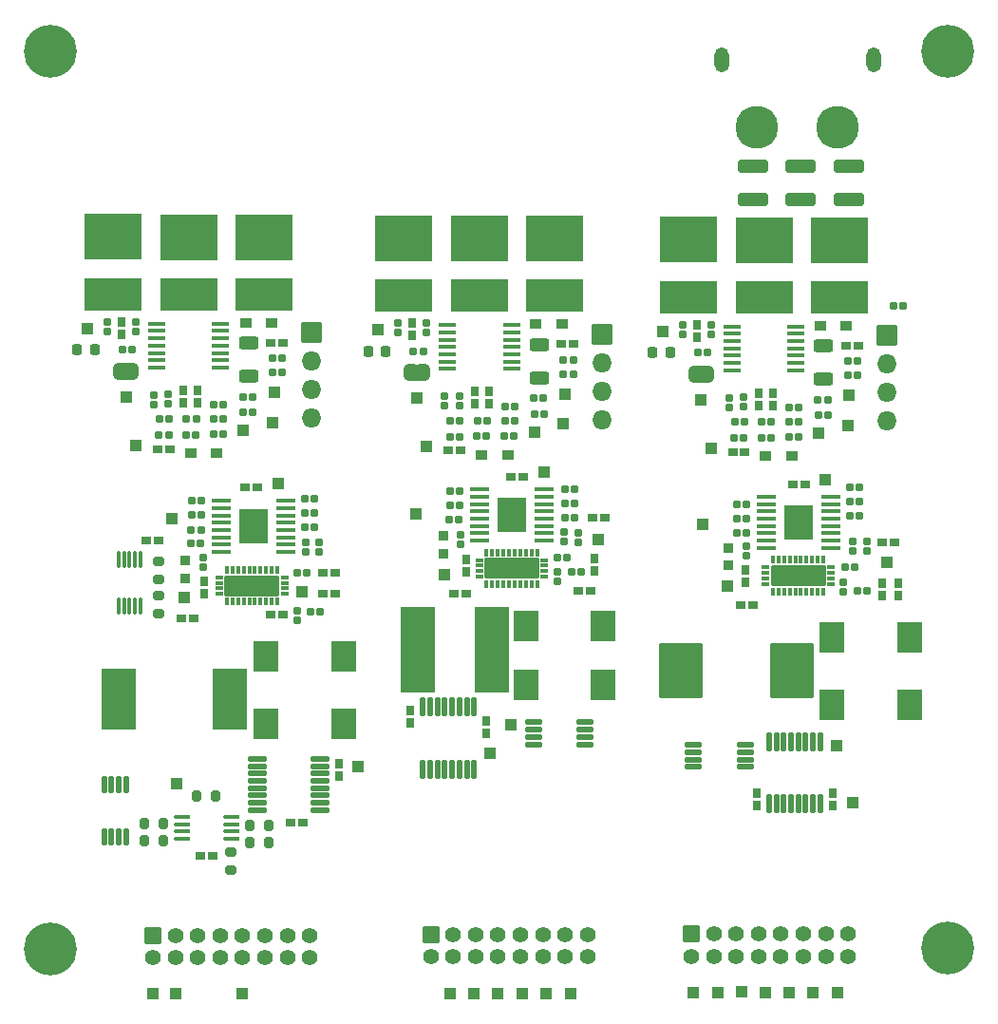
<source format=gbr>
%TF.GenerationSoftware,KiCad,Pcbnew,9.0.0*%
%TF.CreationDate,2025-07-09T13:25:51-07:00*%
%TF.ProjectId,EPS_Scales_RevF_DF11,4550535f-5363-4616-9c65-735f52657646,rev?*%
%TF.SameCoordinates,Original*%
%TF.FileFunction,Soldermask,Top*%
%TF.FilePolarity,Negative*%
%FSLAX46Y46*%
G04 Gerber Fmt 4.6, Leading zero omitted, Abs format (unit mm)*
G04 Created by KiCad (PCBNEW 9.0.0) date 2025-07-09 13:25:51*
%MOMM*%
%LPD*%
G01*
G04 APERTURE LIST*
G04 Aperture macros list*
%AMRoundRect*
0 Rectangle with rounded corners*
0 $1 Rounding radius*
0 $2 $3 $4 $5 $6 $7 $8 $9 X,Y pos of 4 corners*
0 Add a 4 corners polygon primitive as box body*
4,1,4,$2,$3,$4,$5,$6,$7,$8,$9,$2,$3,0*
0 Add four circle primitives for the rounded corners*
1,1,$1+$1,$2,$3*
1,1,$1+$1,$4,$5*
1,1,$1+$1,$6,$7*
1,1,$1+$1,$8,$9*
0 Add four rect primitives between the rounded corners*
20,1,$1+$1,$2,$3,$4,$5,0*
20,1,$1+$1,$4,$5,$6,$7,0*
20,1,$1+$1,$6,$7,$8,$9,0*
20,1,$1+$1,$8,$9,$2,$3,0*%
%AMFreePoly0*
4,1,43,0.507071,0.757071,0.510000,0.750000,0.510000,-0.750000,0.507071,-0.757071,0.500000,-0.760000,0.000000,-0.760000,-0.007071,-0.757071,-0.007630,-0.755722,-0.065263,-0.755722,-0.067851,-0.755381,-0.193930,-0.721599,-0.196342,-0.720600,-0.309381,-0.655337,-0.311452,-0.653748,-0.403748,-0.561452,-0.405337,-0.559381,-0.470600,-0.446342,-0.471599,-0.443930,-0.505381,-0.317851,-0.505722,-0.315263,
-0.505722,-0.257629,-0.507071,-0.257071,-0.510000,-0.250000,-0.510000,0.250000,-0.507071,0.257071,-0.505722,0.257629,-0.505722,0.315263,-0.505381,0.317851,-0.471599,0.443930,-0.470600,0.446342,-0.405337,0.559381,-0.403748,0.561452,-0.311452,0.653748,-0.309381,0.655337,-0.196342,0.720600,-0.193930,0.721599,-0.067851,0.755381,-0.065263,0.755722,-0.007630,0.755722,-0.007071,0.757071,
0.000000,0.760000,0.500000,0.760000,0.507071,0.757071,0.507071,0.757071,$1*%
%AMFreePoly1*
4,1,43,0.007071,0.757071,0.007630,0.755722,0.065263,0.755722,0.067851,0.755381,0.193930,0.721599,0.196342,0.720600,0.309381,0.655337,0.311452,0.653748,0.403748,0.561452,0.405337,0.559381,0.470600,0.446342,0.471599,0.443930,0.505381,0.317851,0.505722,0.315263,0.505722,0.257629,0.507071,0.257071,0.510000,0.250000,0.510000,-0.250000,0.507071,-0.257071,0.505722,-0.257629,
0.505722,-0.315263,0.505381,-0.317851,0.471599,-0.443930,0.470600,-0.446342,0.405337,-0.559381,0.403748,-0.561452,0.311452,-0.653748,0.309381,-0.655337,0.196342,-0.720600,0.193930,-0.721599,0.067851,-0.755381,0.065263,-0.755722,0.007630,-0.755722,0.007071,-0.757071,0.000000,-0.760000,-0.500000,-0.760000,-0.507071,-0.757071,-0.510000,-0.750000,-0.510000,0.750000,-0.507071,0.757071,
-0.500000,0.760000,0.000000,0.760000,0.007071,0.757071,0.007071,0.757071,$1*%
G04 Aperture macros list end*
%ADD10RoundRect,0.010000X0.700000X-0.205000X0.700000X0.205000X-0.700000X0.205000X-0.700000X-0.205000X0*%
%ADD11RoundRect,0.010000X0.205000X0.700000X-0.205000X0.700000X-0.205000X-0.700000X0.205000X-0.700000X0*%
%ADD12RoundRect,0.010000X-0.500000X0.500000X-0.500000X-0.500000X0.500000X-0.500000X0.500000X0.500000X0*%
%ADD13RoundRect,0.010000X-0.285000X-0.270000X0.285000X-0.270000X0.285000X0.270000X-0.285000X0.270000X0*%
%ADD14RoundRect,0.010000X-0.500000X-0.500000X0.500000X-0.500000X0.500000X0.500000X-0.500000X0.500000X0*%
%ADD15RoundRect,0.010000X0.500000X0.500000X-0.500000X0.500000X-0.500000X-0.500000X0.500000X-0.500000X0*%
%ADD16RoundRect,0.010000X-0.270000X0.395000X-0.270000X-0.395000X0.270000X-0.395000X0.270000X0.395000X0*%
%ADD17RoundRect,0.010000X0.270000X-0.285000X0.270000X0.285000X-0.270000X0.285000X-0.270000X-0.285000X0*%
%ADD18RoundRect,0.010000X-0.395000X-0.270000X0.395000X-0.270000X0.395000X0.270000X-0.395000X0.270000X0*%
%ADD19C,4.720000*%
%ADD20RoundRect,0.010000X-0.270000X0.285000X-0.270000X-0.285000X0.270000X-0.285000X0.270000X0.285000X0*%
%ADD21RoundRect,0.223750X-0.223750X-0.261250X0.223750X-0.261250X0.223750X0.261250X-0.223750X0.261250X0*%
%ADD22RoundRect,0.010000X0.395000X0.270000X-0.395000X0.270000X-0.395000X-0.270000X0.395000X-0.270000X0*%
%ADD23RoundRect,0.010000X0.700000X0.700000X-0.700000X0.700000X-0.700000X-0.700000X0.700000X-0.700000X0*%
%ADD24C,1.420000*%
%ADD25RoundRect,0.105000X0.642500X0.105000X-0.642500X0.105000X-0.642500X-0.105000X0.642500X-0.105000X0*%
%ADD26RoundRect,0.010000X0.285000X0.270000X-0.285000X0.270000X-0.285000X-0.270000X0.285000X-0.270000X0*%
%ADD27RoundRect,0.010000X-0.500000X-0.375000X0.500000X-0.375000X0.500000X0.375000X-0.500000X0.375000X0*%
%ADD28RoundRect,0.010000X-2.500000X1.400000X-2.500000X-1.400000X2.500000X-1.400000X2.500000X1.400000X0*%
%ADD29RoundRect,0.010000X-2.500000X2.000000X-2.500000X-2.000000X2.500000X-2.000000X2.500000X2.000000X0*%
%ADD30RoundRect,0.254444X-0.630556X0.318056X-0.630556X-0.318056X0.630556X-0.318056X0.630556X0.318056X0*%
%ADD31RoundRect,0.010000X1.510000X3.750000X-1.510000X3.750000X-1.510000X-3.750000X1.510000X-3.750000X0*%
%ADD32RoundRect,0.010000X-0.400000X-0.400000X0.400000X-0.400000X0.400000X0.400000X-0.400000X0.400000X0*%
%ADD33RoundRect,0.205000X-0.205000X-0.280000X0.205000X-0.280000X0.205000X0.280000X-0.205000X0.280000X0*%
%ADD34RoundRect,0.254347X-1.105653X0.330653X-1.105653X-0.330653X1.105653X-0.330653X1.105653X0.330653X0*%
%ADD35O,1.770000X0.360000*%
%ADD36RoundRect,0.010000X-1.250000X-1.450000X1.250000X-1.450000X1.250000X1.450000X-1.250000X1.450000X0*%
%ADD37FreePoly0,180.000000*%
%ADD38FreePoly1,180.000000*%
%ADD39RoundRect,0.010000X0.270000X-0.395000X0.270000X0.395000X-0.270000X0.395000X-0.270000X-0.395000X0*%
%ADD40RoundRect,0.010000X-0.850000X-0.850000X0.850000X-0.850000X0.850000X0.850000X-0.850000X0.850000X0*%
%ADD41O,1.720000X1.720000*%
%ADD42RoundRect,0.205000X0.280000X-0.205000X0.280000X0.205000X-0.280000X0.205000X-0.280000X-0.205000X0*%
%ADD43RoundRect,0.010000X0.140000X0.290000X-0.140000X0.290000X-0.140000X-0.290000X0.140000X-0.290000X0*%
%ADD44RoundRect,0.010000X2.375000X0.850000X-2.375000X0.850000X-2.375000X-0.850000X2.375000X-0.850000X0*%
%ADD45RoundRect,0.010000X0.290000X0.140000X-0.290000X0.140000X-0.290000X-0.140000X0.290000X-0.140000X0*%
%ADD46RoundRect,0.205000X0.205000X0.280000X-0.205000X0.280000X-0.205000X-0.280000X0.205000X-0.280000X0*%
%ADD47RoundRect,0.010000X-1.900000X-2.400000X1.900000X-2.400000X1.900000X2.400000X-1.900000X2.400000X0*%
%ADD48RoundRect,0.010000X0.180000X0.780000X-0.180000X0.780000X-0.180000X-0.780000X0.180000X-0.780000X0*%
%ADD49RoundRect,0.010000X1.095000X1.295000X-1.095000X1.295000X-1.095000X-1.295000X1.095000X-1.295000X0*%
%ADD50RoundRect,0.205000X-0.280000X0.205000X-0.280000X-0.205000X0.280000X-0.205000X0.280000X0.205000X0*%
%ADD51O,1.320000X2.220000*%
%ADD52C,3.820000*%
%ADD53RoundRect,0.010000X-1.450000X-2.700000X1.450000X-2.700000X1.450000X2.700000X-1.450000X2.700000X0*%
%ADD54RoundRect,0.010000X-0.780000X0.180000X-0.780000X-0.180000X0.780000X-0.180000X0.780000X0.180000X0*%
%ADD55RoundRect,0.010000X0.400000X0.400000X-0.400000X0.400000X-0.400000X-0.400000X0.400000X-0.400000X0*%
%ADD56O,1.470000X0.400000*%
%ADD57O,0.300000X1.640000*%
G04 APERTURE END LIST*
%TO.C,JP2*%
G36*
X192851000Y-66419500D02*
G01*
X192551000Y-66419500D01*
X192551000Y-64919500D01*
X192851000Y-64919500D01*
X192851000Y-66419500D01*
G37*
%TO.C,JP3*%
G36*
X218209000Y-66536000D02*
G01*
X217909000Y-66536000D01*
X217909000Y-65036000D01*
X218209000Y-65036000D01*
X218209000Y-66536000D01*
G37*
%TO.C,JP4*%
G36*
X166918000Y-66283250D02*
G01*
X166618000Y-66283250D01*
X166618000Y-64783250D01*
X166918000Y-64783250D01*
X166918000Y-66283250D01*
G37*
%TD*%
D10*
%TO.C,U21*%
X221975000Y-100805000D03*
X221975000Y-100155000D03*
X221975000Y-99495000D03*
X221975000Y-98845000D03*
X217375000Y-98845000D03*
X217375000Y-99495000D03*
X217375000Y-100155000D03*
X217375000Y-100805000D03*
%TD*%
%TO.C,U20*%
X207725000Y-98780000D03*
X207725000Y-98130000D03*
X207725000Y-97470000D03*
X207725000Y-96820000D03*
X203125000Y-96820000D03*
X203125000Y-97470000D03*
X203125000Y-98130000D03*
X203125000Y-98780000D03*
%TD*%
D11*
%TO.C,U19*%
X166772500Y-102400000D03*
X166122500Y-102400000D03*
X165462500Y-102400000D03*
X164812500Y-102400000D03*
X164812500Y-107000000D03*
X165462500Y-107000000D03*
X166122500Y-107000000D03*
X166772500Y-107000000D03*
%TD*%
D12*
%TO.C,TP5*%
X205782000Y-70241500D03*
%TD*%
D13*
%TO.C,R171*%
X172129500Y-71186750D03*
X172989500Y-71186750D03*
%TD*%
D14*
%TO.C,TP10*%
X171958000Y-85699600D03*
%TD*%
%TO.C,TP17*%
X197781000Y-121031000D03*
%TD*%
D15*
%TO.C,TP63*%
X166768000Y-67819250D03*
%TD*%
D13*
%TO.C,R158*%
X169706500Y-71218750D03*
X170566500Y-71218750D03*
%TD*%
%TO.C,R155*%
X223420500Y-71439500D03*
X224280500Y-71439500D03*
%TD*%
D16*
%TO.C,C36*%
X197104000Y-82339000D03*
X197104000Y-83439000D03*
%TD*%
D17*
%TO.C,R64*%
X183983200Y-81648800D03*
X183983200Y-80788800D03*
%TD*%
D18*
%TO.C,C25*%
X184296800Y-83528400D03*
X185396800Y-83528400D03*
%TD*%
D19*
%TO.C,J3*%
X160012800Y-37000000D03*
%TD*%
D15*
%TO.C,TP61*%
X177245500Y-70803750D03*
%TD*%
D20*
%TO.C,R127*%
X196480000Y-67721000D03*
X196480000Y-68581000D03*
%TD*%
D21*
%TO.C,D14*%
X213700500Y-63875750D03*
X215275500Y-63875750D03*
%TD*%
D22*
%TO.C,C29*%
X169699600Y-80582000D03*
X168599600Y-80582000D03*
%TD*%
D23*
%TO.C,CN1*%
X193941000Y-115729000D03*
D24*
X193941000Y-117729000D03*
X195941000Y-115729000D03*
X195941000Y-117729000D03*
X197941000Y-115729000D03*
X197941000Y-117729000D03*
X199941000Y-115729000D03*
X199941000Y-117729000D03*
X201941000Y-115729000D03*
X201941000Y-117729000D03*
X203941000Y-115729000D03*
X203941000Y-117729000D03*
X205941000Y-115729000D03*
X205941000Y-117729000D03*
X207941000Y-115729000D03*
X207941000Y-117729000D03*
%TD*%
D22*
%TO.C,C27*%
X172807200Y-87541600D03*
X171707200Y-87541600D03*
%TD*%
D25*
%TO.C,U11*%
X175218500Y-65197250D03*
X175218500Y-64547250D03*
X175218500Y-63897250D03*
X175218500Y-63247250D03*
X175218500Y-62597250D03*
X175218500Y-61947250D03*
X175218500Y-61297250D03*
X169493500Y-61297250D03*
X169493500Y-61947250D03*
X169493500Y-62597250D03*
X169493500Y-63247250D03*
X169493500Y-63897250D03*
X169493500Y-64547250D03*
X169493500Y-65197250D03*
%TD*%
D26*
%TO.C,R166*%
X180709000Y-64379250D03*
X179849000Y-64379250D03*
%TD*%
D13*
%TO.C,R165*%
X179849000Y-65649250D03*
X180709000Y-65649250D03*
%TD*%
D14*
%TO.C,TP31*%
X180325600Y-75502000D03*
%TD*%
D21*
%TO.C,D13*%
X188342500Y-63759250D03*
X189917500Y-63759250D03*
%TD*%
D17*
%TO.C,R93*%
X231523600Y-81571200D03*
X231523600Y-80711200D03*
%TD*%
D13*
%TO.C,R60*%
X182716800Y-78194400D03*
X183576800Y-78194400D03*
%TD*%
D12*
%TO.C,TP30*%
X231140000Y-70358000D03*
%TD*%
D13*
%TO.C,R28*%
X221214800Y-77382000D03*
X222074800Y-77382000D03*
%TD*%
D27*
%TO.C,D7*%
X228644000Y-61457000D03*
X230984000Y-61457000D03*
%TD*%
%TO.C,D10*%
X177442800Y-61264800D03*
X179782800Y-61264800D03*
%TD*%
D14*
%TO.C,TP40*%
X195199000Y-83693000D03*
%TD*%
D28*
%TO.C,C43*%
X198331000Y-58811500D03*
D29*
X198331000Y-53711500D03*
%TD*%
D26*
%TO.C,R134*%
X201400500Y-68654000D03*
X200540500Y-68654000D03*
%TD*%
D30*
%TO.C,R86*%
X228981000Y-63296500D03*
X228981000Y-66221500D03*
%TD*%
D26*
%TO.C,R151*%
X226758500Y-68770500D03*
X225898500Y-68770500D03*
%TD*%
%TO.C,R143*%
X221903500Y-70040500D03*
X221043500Y-70040500D03*
%TD*%
%TO.C,R73*%
X196469000Y-78740000D03*
X195609000Y-78740000D03*
%TD*%
D31*
%TO.C,L3*%
X192758000Y-90322400D03*
X199418000Y-90322400D03*
%TD*%
D27*
%TO.C,D6*%
X203286000Y-61340500D03*
X205626000Y-61340500D03*
%TD*%
D20*
%TO.C,R160*%
X170547000Y-67584750D03*
X170547000Y-68444750D03*
%TD*%
D28*
%TO.C,C51*%
X230378000Y-58928000D03*
D29*
X230378000Y-53828000D03*
%TD*%
D32*
%TO.C,D17*%
X172045200Y-82385600D03*
X172045200Y-83985600D03*
%TD*%
D17*
%TO.C,R129*%
X191050000Y-62113500D03*
X191050000Y-61253500D03*
%TD*%
D26*
%TO.C,R78*%
X206756000Y-76073000D03*
X205896000Y-76073000D03*
%TD*%
D16*
%TO.C,C81*%
X173181500Y-67205750D03*
X173181500Y-68305750D03*
%TD*%
D14*
%TO.C,TP21*%
X206417000Y-121031000D03*
%TD*%
D21*
%TO.C,D16*%
X162409500Y-63623000D03*
X163984500Y-63623000D03*
%TD*%
D13*
%TO.C,R149*%
X231140000Y-65902000D03*
X232000000Y-65902000D03*
%TD*%
D33*
%TO.C,R47*%
X168408600Y-107413200D03*
X170058600Y-107413200D03*
%TD*%
D28*
%TO.C,C63*%
X165625000Y-58660250D03*
D29*
X165625000Y-53560250D03*
%TD*%
D13*
%TO.C,R124*%
X203164000Y-69331500D03*
X204024000Y-69331500D03*
%TD*%
%TO.C,R125*%
X195639500Y-71355000D03*
X196499500Y-71355000D03*
%TD*%
%TO.C,R88*%
X231324000Y-75908800D03*
X232184000Y-75908800D03*
%TD*%
D18*
%TO.C,C38*%
X208365000Y-78613000D03*
X209465000Y-78613000D03*
%TD*%
D15*
%TO.C,TP9*%
X193590000Y-72273500D03*
%TD*%
D34*
%TO.C,C2*%
X226949000Y-47293000D03*
X226949000Y-50243000D03*
%TD*%
D17*
%TO.C,R56*%
X230710800Y-85178000D03*
X230710800Y-84318000D03*
%TD*%
%TO.C,R62*%
X182764000Y-81645200D03*
X182764000Y-80785200D03*
%TD*%
D35*
%TO.C,U17*%
X175271200Y-77082800D03*
X175271200Y-77732800D03*
X175271200Y-78382800D03*
X175271200Y-79042800D03*
X175271200Y-79692800D03*
X175271200Y-80342800D03*
X175271200Y-80992800D03*
X175271200Y-81642800D03*
X181011200Y-80342800D03*
X181011200Y-80992800D03*
X181011200Y-81642800D03*
X181011200Y-79692800D03*
X181011200Y-79042800D03*
X181011200Y-78382800D03*
X181011200Y-77732800D03*
X181011200Y-77082800D03*
D36*
X178141200Y-79362800D03*
%TD*%
D15*
%TO.C,TP2*%
X223771800Y-120878200D03*
%TD*%
D28*
%TO.C,C50*%
X216916000Y-58913000D03*
D29*
X216916000Y-53813000D03*
%TD*%
D13*
%TO.C,R132*%
X205782000Y-65785500D03*
X206642000Y-65785500D03*
%TD*%
D19*
%TO.C,J2*%
X160012800Y-117000000D03*
%TD*%
D14*
%TO.C,TP39*%
X204089000Y-74549000D03*
%TD*%
D13*
%TO.C,R131*%
X192398000Y-63764500D03*
X193258000Y-63764500D03*
%TD*%
D15*
%TO.C,TP43*%
X199262000Y-99579000D03*
%TD*%
D37*
%TO.C,JP2*%
X193351000Y-65669500D03*
D38*
X192051000Y-65669500D03*
%TD*%
D17*
%TO.C,R104*%
X205232000Y-84299000D03*
X205232000Y-83439000D03*
%TD*%
D39*
%TO.C,C73*%
X217678000Y-62470000D03*
X217678000Y-61370000D03*
%TD*%
%TO.C,C78*%
X235587600Y-85492400D03*
X235587600Y-84392400D03*
%TD*%
D22*
%TO.C,C74*%
X232035000Y-63235000D03*
X230935000Y-63235000D03*
%TD*%
D15*
%TO.C,TP15*%
X192701000Y-67955500D03*
%TD*%
D13*
%TO.C,R61*%
X182713200Y-79464400D03*
X183573200Y-79464400D03*
%TD*%
D30*
%TO.C,R85*%
X203623000Y-63180000D03*
X203623000Y-66105000D03*
%TD*%
D14*
%TO.C,TP19*%
X202099000Y-121031000D03*
%TD*%
D35*
%TO.C,U12*%
X198298000Y-76062500D03*
X198298000Y-76712500D03*
X198298000Y-77362500D03*
X198298000Y-78022500D03*
X198298000Y-78672500D03*
X198298000Y-79322500D03*
X198298000Y-79972500D03*
X198298000Y-80622500D03*
X204038000Y-79322500D03*
X204038000Y-79972500D03*
X204038000Y-80622500D03*
X204038000Y-78672500D03*
X204038000Y-78022500D03*
X204038000Y-77362500D03*
X204038000Y-76712500D03*
X204038000Y-76062500D03*
D36*
X201168000Y-78342500D03*
%TD*%
D13*
%TO.C,R168*%
X172165500Y-69787750D03*
X173025500Y-69787750D03*
%TD*%
D18*
%TO.C,C28*%
X184296800Y-85357200D03*
X185396800Y-85357200D03*
%TD*%
D40*
%TO.C,J8*%
X234594000Y-62367000D03*
D41*
X234594000Y-64907000D03*
X234594000Y-67447000D03*
X234594000Y-69987000D03*
%TD*%
D14*
%TO.C,TP42*%
X201066400Y-97078800D03*
%TD*%
D17*
%TO.C,R77*%
X196596000Y-80948000D03*
X196596000Y-80088000D03*
%TD*%
D42*
%TO.C,R35*%
X169657600Y-84099400D03*
X169657600Y-82449400D03*
%TD*%
D16*
%TO.C,C75*%
X223202500Y-67458500D03*
X223202500Y-68558500D03*
%TD*%
D13*
%TO.C,R81*%
X205232000Y-82169000D03*
X206092000Y-82169000D03*
%TD*%
D17*
%TO.C,R80*%
X207137000Y-80821000D03*
X207137000Y-79961000D03*
%TD*%
D43*
%TO.C,U13*%
X203419000Y-81687000D03*
X202919000Y-81687000D03*
X202419000Y-81687000D03*
X201919000Y-81687000D03*
X201419000Y-81687000D03*
X200919000Y-81687000D03*
X200419000Y-81687000D03*
X199919000Y-81687000D03*
X199419000Y-81687000D03*
X198919000Y-81687000D03*
D44*
X201169000Y-83107000D03*
D45*
X198249000Y-83857000D03*
X198249000Y-83357000D03*
X198249000Y-82857000D03*
X198249000Y-82357000D03*
D43*
X200919000Y-84527000D03*
X200419000Y-84527000D03*
X199919000Y-84527000D03*
X199419000Y-84527000D03*
X198919000Y-84527000D03*
X201419000Y-84527000D03*
X201919000Y-84527000D03*
X202419000Y-84527000D03*
X202919000Y-84527000D03*
X203419000Y-84527000D03*
D45*
X204089000Y-83857000D03*
X204089000Y-83357000D03*
X204089000Y-82857000D03*
X204089000Y-82357000D03*
%TD*%
D13*
%TO.C,R57*%
X172654800Y-77076800D03*
X173514800Y-77076800D03*
%TD*%
%TO.C,R72*%
X195662770Y-77470000D03*
X196522770Y-77470000D03*
%TD*%
D18*
%TO.C,C47*%
X234224800Y-80785600D03*
X235324800Y-80785600D03*
%TD*%
D15*
%TO.C,TP56*%
X228536500Y-71056500D03*
%TD*%
%TO.C,TP44*%
X217371000Y-120878200D03*
%TD*%
D46*
%TO.C,R46*%
X179456600Y-107514800D03*
X177806600Y-107514800D03*
%TD*%
D25*
%TO.C,U6*%
X201151500Y-65333500D03*
X201151500Y-64683500D03*
X201151500Y-64033500D03*
X201151500Y-63383500D03*
X201151500Y-62733500D03*
X201151500Y-62083500D03*
X201151500Y-61433500D03*
X195426500Y-61433500D03*
X195426500Y-62083500D03*
X195426500Y-62733500D03*
X195426500Y-63383500D03*
X195426500Y-64033500D03*
X195426500Y-64683500D03*
X195426500Y-65333500D03*
%TD*%
D17*
%TO.C,R29*%
X222074800Y-81977600D03*
X222074800Y-81117600D03*
%TD*%
D13*
%TO.C,R135*%
X198098500Y-69924000D03*
X198958500Y-69924000D03*
%TD*%
D40*
%TO.C,J9*%
X183303000Y-62114250D03*
D41*
X183303000Y-64654250D03*
X183303000Y-67194250D03*
X183303000Y-69734250D03*
%TD*%
D47*
%TO.C,L1*%
X216238800Y-92215600D03*
X226138800Y-92215600D03*
%TD*%
D13*
%TO.C,R41*%
X172654800Y-78346800D03*
X173514800Y-78346800D03*
%TD*%
D48*
%TO.C,U16*%
X197809200Y-95467200D03*
X197159200Y-95467200D03*
X196509200Y-95467200D03*
X195859200Y-95467200D03*
X195199200Y-95467200D03*
X194549200Y-101027200D03*
X194549200Y-95467200D03*
X193899200Y-95467200D03*
X193249200Y-95467200D03*
X193249200Y-101027200D03*
X193899200Y-101027200D03*
X195199200Y-101027200D03*
X195859200Y-101027200D03*
X197809200Y-101027200D03*
X197159200Y-101027200D03*
X196509200Y-101027200D03*
%TD*%
D17*
%TO.C,R130*%
X193590000Y-62113500D03*
X193590000Y-61253500D03*
%TD*%
D26*
%TO.C,R126*%
X196545500Y-69924000D03*
X195685500Y-69924000D03*
%TD*%
D49*
%TO.C,C62*%
X229737600Y-95263600D03*
X236617600Y-95263600D03*
%TD*%
D43*
%TO.C,U3*%
X180258800Y-83223600D03*
X179758800Y-83223600D03*
X179258800Y-83223600D03*
X178758800Y-83223600D03*
X178258800Y-83223600D03*
X177758800Y-83223600D03*
X177258800Y-83223600D03*
X176758800Y-83223600D03*
X176258800Y-83223600D03*
X175758800Y-83223600D03*
D44*
X178008800Y-84643600D03*
D45*
X175088800Y-85393600D03*
X175088800Y-84893600D03*
X175088800Y-84393600D03*
X175088800Y-83893600D03*
D43*
X177758800Y-86063600D03*
X177258800Y-86063600D03*
X176758800Y-86063600D03*
X176258800Y-86063600D03*
X175758800Y-86063600D03*
X178258800Y-86063600D03*
X178758800Y-86063600D03*
X179258800Y-86063600D03*
X179758800Y-86063600D03*
X180258800Y-86063600D03*
D45*
X180928800Y-85393600D03*
X180928800Y-84893600D03*
X180928800Y-84393600D03*
X180928800Y-83893600D03*
%TD*%
D18*
%TO.C,C41*%
X207069600Y-85090000D03*
X208169600Y-85090000D03*
%TD*%
D37*
%TO.C,JP3*%
X218709000Y-65786000D03*
D38*
X217409000Y-65786000D03*
%TD*%
D14*
%TO.C,TP33*%
X171283200Y-102273600D03*
%TD*%
%TO.C,TP20*%
X204258000Y-121031000D03*
%TD*%
D16*
%TO.C,C76*%
X224472500Y-67458500D03*
X224472500Y-68558500D03*
%TD*%
D26*
%TO.C,R169*%
X175429500Y-71150750D03*
X174569500Y-71150750D03*
%TD*%
%TO.C,R107*%
X173442000Y-79667600D03*
X172582000Y-79667600D03*
%TD*%
D17*
%TO.C,R128*%
X195189000Y-68625000D03*
X195189000Y-67765000D03*
%TD*%
D26*
%TO.C,R153*%
X226720500Y-71403500D03*
X225860500Y-71403500D03*
%TD*%
D16*
%TO.C,C54*%
X223040000Y-103137600D03*
X223040000Y-104237600D03*
%TD*%
D23*
%TO.C,J6*%
X217167800Y-115696600D03*
D24*
X217167800Y-117696600D03*
X219167800Y-115696600D03*
X219167800Y-117696600D03*
X221167800Y-115696600D03*
X221167800Y-117696600D03*
X223167800Y-115696600D03*
X223167800Y-117696600D03*
X225167800Y-115696600D03*
X225167800Y-117696600D03*
X227167800Y-115696600D03*
X227167800Y-117696600D03*
X229167800Y-115696600D03*
X229167800Y-117696600D03*
X231167800Y-115696600D03*
X231167800Y-117696600D03*
%TD*%
D50*
%TO.C,R34*%
X169657600Y-85497400D03*
X169657600Y-87147400D03*
%TD*%
D17*
%TO.C,R92*%
X232793600Y-81547600D03*
X232793600Y-80687600D03*
%TD*%
D30*
%TO.C,R94*%
X177690000Y-63043750D03*
X177690000Y-65968750D03*
%TD*%
D17*
%TO.C,R161*%
X169256000Y-68488750D03*
X169256000Y-67628750D03*
%TD*%
D13*
%TO.C,R91*%
X230866800Y-83020800D03*
X231726800Y-83020800D03*
%TD*%
D22*
%TO.C,C83*%
X170663500Y-72475350D03*
X169563500Y-72475350D03*
%TD*%
D16*
%TO.C,C71*%
X197844500Y-67342000D03*
X197844500Y-68442000D03*
%TD*%
D13*
%TO.C,R90*%
X231273200Y-78448800D03*
X232133200Y-78448800D03*
%TD*%
D34*
%TO.C,C1*%
X231199000Y-47293000D03*
X231199000Y-50243000D03*
%TD*%
%TO.C,C3*%
X222699000Y-47293000D03*
X222699000Y-50243000D03*
%TD*%
D14*
%TO.C,TP25*%
X229136000Y-75197600D03*
%TD*%
D13*
%TO.C,R146*%
X217756000Y-63881000D03*
X218616000Y-63881000D03*
%TD*%
D42*
%TO.C,R44*%
X176091600Y-110016200D03*
X176091600Y-108366200D03*
%TD*%
D13*
%TO.C,R141*%
X228522000Y-69448000D03*
X229382000Y-69448000D03*
%TD*%
D51*
%TO.C,U8*%
X219901000Y-37815000D03*
X233401000Y-37815000D03*
D52*
X223051000Y-43815000D03*
X230251000Y-43815000D03*
%TD*%
D53*
%TO.C,L2*%
X166101600Y-94742000D03*
X176001600Y-94742000D03*
%TD*%
D28*
%TO.C,C34*%
X191558000Y-58796500D03*
D29*
X191558000Y-53696500D03*
%TD*%
D49*
%TO.C,C58*%
X202427000Y-88265000D03*
X209307000Y-88265000D03*
%TD*%
D22*
%TO.C,C35*%
X202226000Y-74930000D03*
X201126000Y-74930000D03*
%TD*%
D14*
%TO.C,TP6*%
X189272000Y-61859500D03*
%TD*%
D17*
%TO.C,R164*%
X167657000Y-61977250D03*
X167657000Y-61117250D03*
%TD*%
D54*
%TO.C,U5*%
X178510800Y-100082000D03*
X178510800Y-100732000D03*
X178510800Y-101382000D03*
X178510800Y-102032000D03*
X178510800Y-102692000D03*
X184070800Y-103342000D03*
X178510800Y-103342000D03*
X178510800Y-103992000D03*
X178510800Y-104642000D03*
X184070800Y-104642000D03*
X184070800Y-103992000D03*
X184070800Y-102692000D03*
X184070800Y-102032000D03*
X184070800Y-100082000D03*
X184070800Y-100732000D03*
X184070800Y-101382000D03*
%TD*%
D14*
%TO.C,TP54*%
X214630000Y-61976000D03*
%TD*%
D39*
%TO.C,C60*%
X234216000Y-85501200D03*
X234216000Y-84401200D03*
%TD*%
D14*
%TO.C,TP35*%
X182459200Y-85204800D03*
%TD*%
%TO.C,TP28*%
X230152000Y-98870400D03*
%TD*%
D12*
%TO.C,TP47*%
X179849000Y-70105250D03*
%TD*%
D16*
%TO.C,C70*%
X199114500Y-67342000D03*
X199114500Y-68442000D03*
%TD*%
D13*
%TO.C,R152*%
X223456500Y-70040500D03*
X224316500Y-70040500D03*
%TD*%
D23*
%TO.C,J10*%
X169157200Y-115798200D03*
D24*
X169157200Y-117798200D03*
X171157200Y-115798200D03*
X171157200Y-117798200D03*
X173157200Y-115798200D03*
X173157200Y-117798200D03*
X175157200Y-115798200D03*
X175157200Y-117798200D03*
X177157200Y-115798200D03*
X177157200Y-117798200D03*
X179157200Y-115798200D03*
X179157200Y-117798200D03*
X181157200Y-115798200D03*
X181157200Y-117798200D03*
X183157200Y-115798200D03*
X183157200Y-117798200D03*
%TD*%
D49*
%TO.C,C56*%
X179273200Y-96982000D03*
X186153200Y-96982000D03*
%TD*%
D22*
%TO.C,C31*%
X182501200Y-105728000D03*
X181401200Y-105728000D03*
%TD*%
D15*
%TO.C,TP45*%
X219504600Y-120878200D03*
%TD*%
D26*
%TO.C,R154*%
X226758500Y-70040500D03*
X225898500Y-70040500D03*
%TD*%
D15*
%TO.C,TP46*%
X230172600Y-120878200D03*
%TD*%
D39*
%TO.C,C55*%
X229796400Y-104246400D03*
X229796400Y-103146400D03*
%TD*%
D19*
%TO.C,J5*%
X240012800Y-37000000D03*
%TD*%
D15*
%TO.C,TP8*%
X203178500Y-70940000D03*
%TD*%
D14*
%TO.C,TP34*%
X187488400Y-100800400D03*
%TD*%
%TO.C,TP23*%
X171196000Y-120973200D03*
%TD*%
D16*
%TO.C,C23*%
X173721600Y-84299200D03*
X173721600Y-85399200D03*
%TD*%
D13*
%TO.C,R162*%
X166465000Y-63628250D03*
X167325000Y-63628250D03*
%TD*%
D17*
%TO.C,R163*%
X165117000Y-61977250D03*
X165117000Y-61117250D03*
%TD*%
D13*
%TO.C,R75*%
X195662770Y-76200000D03*
X196522770Y-76200000D03*
%TD*%
D22*
%TO.C,C72*%
X196596500Y-72611600D03*
X195496500Y-72611600D03*
%TD*%
D46*
%TO.C,R45*%
X174741000Y-103400000D03*
X173091000Y-103400000D03*
%TD*%
D20*
%TO.C,R144*%
X221838000Y-67837500D03*
X221838000Y-68697500D03*
%TD*%
D14*
%TO.C,TP41*%
X208915000Y-80518000D03*
%TD*%
D17*
%TO.C,R58*%
X173620000Y-82993200D03*
X173620000Y-82133200D03*
%TD*%
D26*
%TO.C,R159*%
X170612500Y-69787750D03*
X169752500Y-69787750D03*
%TD*%
D13*
%TO.C,R174*%
X235204000Y-59690000D03*
X236064000Y-59690000D03*
%TD*%
D28*
%TO.C,C64*%
X172398000Y-58675250D03*
D29*
X172398000Y-53575250D03*
%TD*%
D39*
%TO.C,C68*%
X192320000Y-62353500D03*
X192320000Y-61253500D03*
%TD*%
D13*
%TO.C,R157*%
X177231000Y-69195250D03*
X178091000Y-69195250D03*
%TD*%
D25*
%TO.C,U10*%
X226509500Y-65450000D03*
X226509500Y-64800000D03*
X226509500Y-64150000D03*
X226509500Y-63500000D03*
X226509500Y-62850000D03*
X226509500Y-62200000D03*
X226509500Y-61550000D03*
X220784500Y-61550000D03*
X220784500Y-62200000D03*
X220784500Y-62850000D03*
X220784500Y-63500000D03*
X220784500Y-64150000D03*
X220784500Y-64800000D03*
X220784500Y-65450000D03*
%TD*%
D14*
%TO.C,TP36*%
X170876800Y-78702400D03*
%TD*%
D27*
%TO.C,D15*%
X223810500Y-73088500D03*
X226150500Y-73088500D03*
%TD*%
D26*
%TO.C,R82*%
X222098400Y-79922000D03*
X221238400Y-79922000D03*
%TD*%
D14*
%TO.C,TP37*%
X192633600Y-78232000D03*
%TD*%
D46*
%TO.C,R43*%
X179456600Y-105990800D03*
X177806600Y-105990800D03*
%TD*%
D26*
%TO.C,R150*%
X232000000Y-64632000D03*
X231140000Y-64632000D03*
%TD*%
%TO.C,R138*%
X201362500Y-71287000D03*
X200502500Y-71287000D03*
%TD*%
D19*
%TO.C,J4*%
X240030000Y-116967000D03*
%TD*%
D37*
%TO.C,JP4*%
X167418000Y-65533250D03*
D38*
X166118000Y-65533250D03*
%TD*%
D15*
%TO.C,TP57*%
X218948000Y-72390000D03*
%TD*%
D55*
%TO.C,D9*%
X195072000Y-81826000D03*
X195072000Y-80226000D03*
%TD*%
D14*
%TO.C,TP27*%
X234622400Y-82563600D03*
%TD*%
D56*
%TO.C,U9*%
X176158000Y-107224800D03*
X176158000Y-106564800D03*
X176158000Y-105914800D03*
X176158000Y-105264800D03*
X171758000Y-105264800D03*
X171758000Y-105914800D03*
X171758000Y-106564800D03*
X171758000Y-107224800D03*
%TD*%
D16*
%TO.C,C82*%
X171911500Y-67205750D03*
X171911500Y-68305750D03*
%TD*%
D14*
%TO.C,TP59*%
X163339000Y-61723250D03*
%TD*%
D13*
%TO.C,R89*%
X231296800Y-77178800D03*
X232156800Y-77178800D03*
%TD*%
D40*
%TO.C,J7*%
X209236000Y-62250500D03*
D41*
X209236000Y-64790500D03*
X209236000Y-67330500D03*
X209236000Y-69870500D03*
%TD*%
D13*
%TO.C,R142*%
X220997500Y-71471500D03*
X221857500Y-71471500D03*
%TD*%
D26*
%TO.C,R167*%
X175467500Y-68517750D03*
X174607500Y-68517750D03*
%TD*%
D27*
%TO.C,D18*%
X172519500Y-72835750D03*
X174859500Y-72835750D03*
%TD*%
D14*
%TO.C,TP38*%
X218214000Y-79210800D03*
%TD*%
D22*
%TO.C,C59*%
X222684400Y-86373600D03*
X221584400Y-86373600D03*
%TD*%
%TO.C,C45*%
X227298400Y-75604000D03*
X226198400Y-75604000D03*
%TD*%
D15*
%TO.C,TP62*%
X167657000Y-72137250D03*
%TD*%
D14*
%TO.C,TP60*%
X179976000Y-67438250D03*
%TD*%
D22*
%TO.C,C24*%
X178479200Y-75908400D03*
X177379200Y-75908400D03*
%TD*%
D26*
%TO.C,R137*%
X203975000Y-67955500D03*
X203115000Y-67955500D03*
%TD*%
D16*
%TO.C,C32*%
X185761200Y-100504400D03*
X185761200Y-101604400D03*
%TD*%
D17*
%TO.C,R79*%
X205867000Y-80694000D03*
X205867000Y-79834000D03*
%TD*%
D26*
%TO.C,R140*%
X201400500Y-69924000D03*
X200540500Y-69924000D03*
%TD*%
D18*
%TO.C,C30*%
X173366000Y-108734000D03*
X174466000Y-108734000D03*
%TD*%
D17*
%TO.C,R65*%
X182052800Y-87744800D03*
X182052800Y-86884800D03*
%TD*%
D14*
%TO.C,TP22*%
X169164000Y-120973200D03*
%TD*%
D22*
%TO.C,C77*%
X221954500Y-72728100D03*
X220854500Y-72728100D03*
%TD*%
D17*
%TO.C,R147*%
X216408000Y-62230000D03*
X216408000Y-61370000D03*
%TD*%
%TO.C,R148*%
X218948000Y-62230000D03*
X218948000Y-61370000D03*
%TD*%
D13*
%TO.C,R136*%
X198062500Y-71323000D03*
X198922500Y-71323000D03*
%TD*%
D14*
%TO.C,TP24*%
X177093200Y-121031000D03*
%TD*%
D15*
%TO.C,TP58*%
X218059000Y-68072000D03*
%TD*%
D14*
%TO.C,TP55*%
X231267000Y-67691000D03*
%TD*%
D26*
%TO.C,R103*%
X207362000Y-83439000D03*
X206502000Y-83439000D03*
%TD*%
D13*
%TO.C,R63*%
X182029200Y-83477600D03*
X182889200Y-83477600D03*
%TD*%
D57*
%TO.C,U7*%
X168085900Y-82282000D03*
X167585900Y-82282000D03*
X167085900Y-82282000D03*
X166585900Y-82282000D03*
X166085900Y-82282000D03*
X166085900Y-86502000D03*
X166585900Y-86502000D03*
X167085900Y-86502000D03*
X167585900Y-86502000D03*
X168085900Y-86502000D03*
%TD*%
D28*
%TO.C,C53*%
X223689000Y-58928000D03*
D29*
X223689000Y-53828000D03*
%TD*%
D49*
%TO.C,C61*%
X229737600Y-89213600D03*
X236617600Y-89213600D03*
%TD*%
D14*
%TO.C,TP16*%
X195707000Y-121031000D03*
%TD*%
%TO.C,TP26*%
X220347600Y-84697200D03*
%TD*%
%TO.C,TP7*%
X205909000Y-67574500D03*
%TD*%
D55*
%TO.C,D4*%
X220449200Y-82855600D03*
X220449200Y-81255600D03*
%TD*%
D28*
%TO.C,C65*%
X179087000Y-58675250D03*
D29*
X179087000Y-53575250D03*
%TD*%
D13*
%TO.C,R59*%
X182716800Y-76924400D03*
X183576800Y-76924400D03*
%TD*%
D14*
%TO.C,TP18*%
X199940000Y-121031000D03*
%TD*%
D13*
%TO.C,R66*%
X183248400Y-86932000D03*
X184108400Y-86932000D03*
%TD*%
D33*
%TO.C,R42*%
X168408600Y-105889200D03*
X170058600Y-105889200D03*
%TD*%
D17*
%TO.C,R145*%
X220547000Y-68741500D03*
X220547000Y-67881500D03*
%TD*%
D26*
%TO.C,R87*%
X222074800Y-78652000D03*
X221214800Y-78652000D03*
%TD*%
D13*
%TO.C,R108*%
X172556800Y-80886800D03*
X173416800Y-80886800D03*
%TD*%
D16*
%TO.C,C46*%
X222024000Y-83283600D03*
X222024000Y-84383600D03*
%TD*%
D15*
%TO.C,TP3*%
X225905400Y-120878200D03*
%TD*%
D49*
%TO.C,C52*%
X179273200Y-90932000D03*
X186153200Y-90932000D03*
%TD*%
D39*
%TO.C,C49*%
X198881000Y-97843000D03*
X198881000Y-96743000D03*
%TD*%
D26*
%TO.C,R156*%
X229333000Y-68072000D03*
X228473000Y-68072000D03*
%TD*%
%TO.C,R55*%
X232844400Y-85103600D03*
X231984400Y-85103600D03*
%TD*%
D39*
%TO.C,C79*%
X166387000Y-62217250D03*
X166387000Y-61117250D03*
%TD*%
D26*
%TO.C,R172*%
X178042000Y-67819250D03*
X177182000Y-67819250D03*
%TD*%
D15*
%TO.C,TP4*%
X228039000Y-120878200D03*
%TD*%
D26*
%TO.C,R74*%
X206756000Y-78613000D03*
X205896000Y-78613000D03*
%TD*%
D35*
%TO.C,U15*%
X223878400Y-76711100D03*
X223878400Y-77361100D03*
X223878400Y-78011100D03*
X223878400Y-78671100D03*
X223878400Y-79321100D03*
X223878400Y-79971100D03*
X223878400Y-80621100D03*
X223878400Y-81271100D03*
X229618400Y-79971100D03*
X229618400Y-80621100D03*
X229618400Y-81271100D03*
X229618400Y-79321100D03*
X229618400Y-78671100D03*
X229618400Y-78011100D03*
X229618400Y-77361100D03*
X229618400Y-76711100D03*
D36*
X226748400Y-78991100D03*
%TD*%
D22*
%TO.C,C40*%
X197146000Y-85344000D03*
X196046000Y-85344000D03*
%TD*%
D14*
%TO.C,TP29*%
X231574400Y-104001200D03*
%TD*%
D27*
%TO.C,D8*%
X198452500Y-72972000D03*
X200792500Y-72972000D03*
%TD*%
D18*
%TO.C,C26*%
X179632000Y-87236800D03*
X180732000Y-87236800D03*
%TD*%
D26*
%TO.C,R76*%
X206749389Y-77343000D03*
X205889389Y-77343000D03*
%TD*%
%TO.C,R170*%
X175467500Y-69787750D03*
X174607500Y-69787750D03*
%TD*%
D43*
%TO.C,U1*%
X228947600Y-82312000D03*
X228447600Y-82312000D03*
X227947600Y-82312000D03*
X227447600Y-82312000D03*
X226947600Y-82312000D03*
X226447600Y-82312000D03*
X225947600Y-82312000D03*
X225447600Y-82312000D03*
X224947600Y-82312000D03*
X224447600Y-82312000D03*
D44*
X226697600Y-83732000D03*
D45*
X223777600Y-84482000D03*
X223777600Y-83982000D03*
X223777600Y-83482000D03*
X223777600Y-82982000D03*
D43*
X226447600Y-85152000D03*
X225947600Y-85152000D03*
X225447600Y-85152000D03*
X224947600Y-85152000D03*
X224447600Y-85152000D03*
X226947600Y-85152000D03*
X227447600Y-85152000D03*
X227947600Y-85152000D03*
X228447600Y-85152000D03*
X228947600Y-85152000D03*
D45*
X229617600Y-84482000D03*
X229617600Y-83982000D03*
X229617600Y-83482000D03*
X229617600Y-82982000D03*
%TD*%
D39*
%TO.C,C48*%
X192151000Y-96858000D03*
X192151000Y-95758000D03*
%TD*%
D14*
%TO.C,TP1*%
X221640400Y-120853200D03*
%TD*%
D39*
%TO.C,C39*%
X208534000Y-83354000D03*
X208534000Y-82254000D03*
%TD*%
D22*
%TO.C,C69*%
X206677000Y-63118500D03*
X205577000Y-63118500D03*
%TD*%
%TO.C,C80*%
X180744000Y-62982250D03*
X179644000Y-62982250D03*
%TD*%
D26*
%TO.C,R133*%
X206642000Y-64515500D03*
X205782000Y-64515500D03*
%TD*%
D28*
%TO.C,C44*%
X205020000Y-58811500D03*
D29*
X205020000Y-53711500D03*
%TD*%
D49*
%TO.C,C57*%
X202427000Y-93472000D03*
X209307000Y-93472000D03*
%TD*%
D48*
%TO.C,U2*%
X228663600Y-98528800D03*
X228013600Y-98528800D03*
X227363600Y-98528800D03*
X226713600Y-98528800D03*
X226053600Y-98528800D03*
X225403600Y-104088800D03*
X225403600Y-98528800D03*
X224753600Y-98528800D03*
X224103600Y-98528800D03*
X224103600Y-104088800D03*
X224753600Y-104088800D03*
X226053600Y-104088800D03*
X226713600Y-104088800D03*
X228663600Y-104088800D03*
X228013600Y-104088800D03*
X227363600Y-104088800D03*
%TD*%
M02*

</source>
